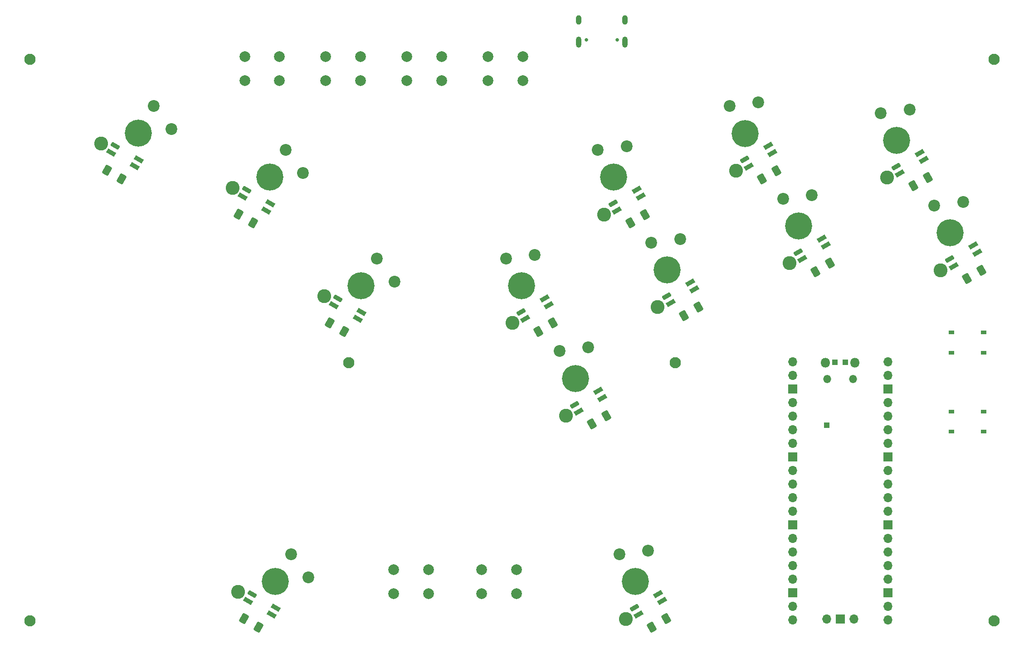
<source format=gbs>
%TF.GenerationSoftware,KiCad,Pcbnew,7.0.2*%
%TF.CreationDate,2023-06-22T21:43:46+09:00*%
%TF.ProjectId,mana-board-kicad,6d616e61-2d62-46f6-9172-642d6b696361,rev?*%
%TF.SameCoordinates,Original*%
%TF.FileFunction,Soldermask,Bot*%
%TF.FilePolarity,Negative*%
%FSLAX46Y46*%
G04 Gerber Fmt 4.6, Leading zero omitted, Abs format (unit mm)*
G04 Created by KiCad (PCBNEW 7.0.2) date 2023-06-22 21:43:46*
%MOMM*%
%LPD*%
G01*
G04 APERTURE LIST*
G04 Aperture macros list*
%AMRoundRect*
0 Rectangle with rounded corners*
0 $1 Rounding radius*
0 $2 $3 $4 $5 $6 $7 $8 $9 X,Y pos of 4 corners*
0 Add a 4 corners polygon primitive as box body*
4,1,4,$2,$3,$4,$5,$6,$7,$8,$9,$2,$3,0*
0 Add four circle primitives for the rounded corners*
1,1,$1+$1,$2,$3*
1,1,$1+$1,$4,$5*
1,1,$1+$1,$6,$7*
1,1,$1+$1,$8,$9*
0 Add four rect primitives between the rounded corners*
20,1,$1+$1,$2,$3,$4,$5,0*
20,1,$1+$1,$4,$5,$6,$7,0*
20,1,$1+$1,$6,$7,$8,$9,0*
20,1,$1+$1,$8,$9,$2,$3,0*%
%AMRotRect*
0 Rectangle, with rotation*
0 The origin of the aperture is its center*
0 $1 length*
0 $2 width*
0 $3 Rotation angle, in degrees counterclockwise*
0 Add horizontal line*
21,1,$1,$2,0,0,$3*%
G04 Aperture macros list end*
%ADD10C,2.600000*%
%ADD11C,5.050000*%
%ADD12C,2.200000*%
%ADD13C,2.100000*%
%ADD14R,1.000000X1.000000*%
%ADD15C,2.000000*%
%ADD16O,1.800000X1.800000*%
%ADD17O,1.500000X1.500000*%
%ADD18O,1.700000X1.700000*%
%ADD19R,1.700000X1.700000*%
%ADD20C,0.650000*%
%ADD21O,1.000000X2.100000*%
%ADD22O,1.000000X1.800000*%
%ADD23RotRect,1.700000X0.820000X210.000000*%
%ADD24RoundRect,0.205000X0.456086X0.500035X-0.661086X-0.144965X-0.456086X-0.500035X0.661086X0.144965X0*%
%ADD25RoundRect,0.250000X0.682235X0.356667X-0.032235X0.769167X-0.682235X-0.356667X0.032235X-0.769167X0*%
%ADD26RoundRect,0.250000X0.032235X0.769167X-0.682235X0.356667X-0.032235X-0.769167X0.682235X-0.356667X0*%
%ADD27R,1.000000X0.750000*%
%ADD28RotRect,1.700000X0.820000X150.000000*%
%ADD29RoundRect,0.205000X0.661086X-0.144965X-0.456086X0.500035X-0.661086X0.144965X0.456086X-0.500035X0*%
G04 APERTURE END LIST*
D10*
%TO.C,B1*%
X165792967Y-109656184D03*
D11*
X167548094Y-102696153D03*
D12*
X164598094Y-97586603D03*
X169978221Y-96905256D03*
%TD*%
D13*
%TO.C,REF\u002A\u002A*%
X186229639Y-99721323D03*
%TD*%
%TO.C,REF\u002A\u002A*%
X65750000Y-43000000D03*
%TD*%
D10*
%TO.C,B3*%
X155792968Y-92335677D03*
D11*
X157548095Y-85375646D03*
D12*
X154598095Y-80266096D03*
X159978222Y-79584749D03*
%TD*%
D14*
%TO.C,TP6*%
X214500000Y-111470000D03*
%TD*%
D15*
%TO.C,S1*%
X136110000Y-42500000D03*
X142610000Y-42500000D03*
X136110000Y-47000000D03*
X142610000Y-47000000D03*
%TD*%
%TO.C,S2*%
X151250000Y-42500000D03*
X157750000Y-42500000D03*
X151250000Y-47000000D03*
X157750000Y-47000000D03*
%TD*%
D10*
%TO.C,B4*%
X172943602Y-72041447D03*
D11*
X174698729Y-65081416D03*
D12*
X171748729Y-59971866D03*
X177128856Y-59290519D03*
%TD*%
D16*
%TO.C,U1*%
X214275000Y-99750000D03*
D17*
X214575000Y-102780000D03*
X219425000Y-102780000D03*
D16*
X219725000Y-99750000D03*
D18*
X208110000Y-99620000D03*
X208110000Y-102160000D03*
D19*
X208110000Y-104700000D03*
D18*
X208110000Y-107240000D03*
X208110000Y-109780000D03*
X208110000Y-112320000D03*
X208110000Y-114860000D03*
D19*
X208110000Y-117400000D03*
D18*
X208110000Y-119940000D03*
X208110000Y-122480000D03*
X208110000Y-125020000D03*
X208110000Y-127560000D03*
D19*
X208110000Y-130100000D03*
D18*
X208110000Y-132640000D03*
X208110000Y-135180000D03*
X208110000Y-137720000D03*
X208110000Y-140260000D03*
D19*
X208110000Y-142800000D03*
D18*
X208110000Y-145340000D03*
X208110000Y-147880000D03*
X225890000Y-147880000D03*
X225890000Y-145340000D03*
D19*
X225890000Y-142800000D03*
D18*
X225890000Y-140260000D03*
X225890000Y-137720000D03*
X225890000Y-135180000D03*
X225890000Y-132640000D03*
D19*
X225890000Y-130100000D03*
D18*
X225890000Y-127560000D03*
X225890000Y-125020000D03*
X225890000Y-122480000D03*
X225890000Y-119940000D03*
D19*
X225890000Y-117400000D03*
D18*
X225890000Y-114860000D03*
X225890000Y-112320000D03*
X225890000Y-109780000D03*
X225890000Y-107240000D03*
D19*
X225890000Y-104700000D03*
D18*
X225890000Y-102160000D03*
X225890000Y-99620000D03*
X214460000Y-147650000D03*
D19*
X217000000Y-147650000D03*
D18*
X219540000Y-147650000D03*
%TD*%
D10*
%TO.C,L2*%
X235779873Y-82460031D03*
D11*
X237535000Y-75500000D03*
D12*
X234585000Y-70390450D03*
X239965127Y-69709103D03*
%TD*%
D13*
%TO.C,REF\u002A\u002A*%
X245750000Y-43000000D03*
%TD*%
%TO.C,REF\u002A\u002A*%
X125250000Y-99750000D03*
%TD*%
D10*
%TO.C,R2*%
X207529873Y-81154628D03*
D11*
X209285000Y-74194597D03*
D12*
X206335000Y-69085047D03*
X211715127Y-68403700D03*
%TD*%
D10*
%TO.C,UP2*%
X176980968Y-147636677D03*
D11*
X178736095Y-140676646D03*
D12*
X175786095Y-135567096D03*
X181166222Y-134885749D03*
%TD*%
D13*
%TO.C,REF\u002A\u002A*%
X245750000Y-148000000D03*
%TD*%
D10*
%TO.C,LEFT1*%
X79028547Y-58810962D03*
D11*
X85933674Y-56850931D03*
D12*
X88883674Y-51741381D03*
X92163801Y-56060034D03*
%TD*%
D15*
%TO.C,A1*%
X120970000Y-42500000D03*
X127470000Y-42500000D03*
X120970000Y-47000000D03*
X127470000Y-47000000D03*
%TD*%
D10*
%TO.C,R1*%
X197529873Y-63834121D03*
D11*
X199285000Y-56874090D03*
D12*
X196335000Y-51764540D03*
X201715127Y-51083193D03*
%TD*%
D20*
%TO.C,USB1*%
X175390000Y-39355000D03*
X169610000Y-39355000D03*
D21*
X176820000Y-39855000D03*
D22*
X176820000Y-35675000D03*
D21*
X168180000Y-39855000D03*
D22*
X168180000Y-35675000D03*
%TD*%
D10*
%TO.C,UP1*%
X104622050Y-142636677D03*
D11*
X111527177Y-140676646D03*
D12*
X114477177Y-135567096D03*
X117757304Y-139885749D03*
%TD*%
D15*
%TO.C,R3*%
X150104703Y-138426646D03*
X156604703Y-138426646D03*
X150104703Y-142926646D03*
X156604703Y-142926646D03*
%TD*%
%TO.C,L3*%
X133658567Y-138426646D03*
X140158567Y-138426646D03*
X133658567Y-142926646D03*
X140158567Y-142926646D03*
%TD*%
%TO.C,A2*%
X105830000Y-42500000D03*
X112330000Y-42500000D03*
X105830000Y-47000000D03*
X112330000Y-47000000D03*
%TD*%
D10*
%TO.C,RIGHT1*%
X120642968Y-87335677D03*
D11*
X127548095Y-85375646D03*
D12*
X130498095Y-80266096D03*
X133778222Y-84584749D03*
%TD*%
D14*
%TO.C,TP3*%
X216000000Y-99669999D03*
%TD*%
D10*
%TO.C,B2*%
X182943602Y-89361955D03*
D11*
X184698729Y-82401924D03*
D12*
X181748729Y-77292374D03*
X187128856Y-76611027D03*
%TD*%
D14*
%TO.C,TP2*%
X218000001Y-99669998D03*
%TD*%
D13*
%TO.C,REF\u002A\u002A*%
X65750000Y-148000000D03*
%TD*%
D10*
%TO.C,DOWN1*%
X103609096Y-67035499D03*
D11*
X110514223Y-65075468D03*
D12*
X113464223Y-59965918D03*
X116744350Y-64284571D03*
%TD*%
D10*
%TO.C,L1*%
X225779873Y-65139524D03*
D11*
X227535000Y-58179493D03*
D12*
X224585000Y-53069943D03*
X229965127Y-52388596D03*
%TD*%
D23*
%TO.C,D13*%
X183784460Y-144320670D03*
X183034460Y-143021632D03*
D24*
X178617730Y-145571632D03*
D23*
X179367730Y-146870670D03*
%TD*%
%TO.C,D7*%
X204333365Y-60518113D03*
X203583365Y-59219075D03*
D24*
X199166635Y-61769075D03*
D23*
X199916635Y-63068113D03*
%TD*%
D25*
%TO.C,C4*%
X107402389Y-73590325D03*
X104696059Y-72027825D03*
%TD*%
D23*
%TO.C,D5*%
X162596459Y-89019669D03*
X161846459Y-87720631D03*
D24*
X157429729Y-90270631D03*
D23*
X158179729Y-91569669D03*
%TD*%
D26*
%TO.C,C6*%
X163366259Y-92328002D03*
X160659929Y-93890502D03*
%TD*%
%TO.C,C13*%
X243353165Y-82452358D03*
X240646835Y-84014858D03*
%TD*%
%TO.C,C14*%
X184554260Y-147629003D03*
X181847930Y-149191503D03*
%TD*%
D23*
%TO.C,D10*%
X189747094Y-86045948D03*
X188997094Y-84746910D03*
D24*
X184580364Y-87296910D03*
D23*
X185330364Y-88595948D03*
%TD*%
D26*
%TO.C,C10*%
X173366259Y-109648510D03*
X170659929Y-111211010D03*
%TD*%
D23*
%TO.C,D9*%
X172596459Y-106340177D03*
X171846459Y-105041139D03*
D24*
X167429729Y-107591139D03*
D23*
X168179729Y-108890177D03*
%TD*%
D26*
%TO.C,C7*%
X180516894Y-72033772D03*
X177810564Y-73596272D03*
%TD*%
D23*
%TO.C,D8*%
X232583366Y-61823517D03*
X231833366Y-60524479D03*
D24*
X227416636Y-63074479D03*
D23*
X228166636Y-64373517D03*
%TD*%
%TO.C,D6*%
X179747094Y-68725439D03*
X178997094Y-67426401D03*
D24*
X174580364Y-69976401D03*
D23*
X175330364Y-71275439D03*
%TD*%
D27*
%TO.C,BOOTSEL1*%
X243750000Y-94125000D03*
X237750000Y-94125000D03*
X243750000Y-97875000D03*
X237750000Y-97875000D03*
%TD*%
D26*
%TO.C,C11*%
X190516894Y-89354281D03*
X187810564Y-90916781D03*
%TD*%
D23*
%TO.C,D11*%
X214333365Y-77838621D03*
X213583365Y-76539583D03*
D24*
X209166635Y-79089583D03*
D23*
X209916635Y-80388621D03*
%TD*%
D28*
%TO.C,D4*%
X126916460Y-91569670D03*
X127666460Y-90270632D03*
D29*
X123249730Y-87720632D03*
D28*
X122499730Y-89019670D03*
%TD*%
D26*
%TO.C,C8*%
X205103165Y-63826446D03*
X202396835Y-65388946D03*
%TD*%
%TO.C,C9*%
X233353166Y-65131850D03*
X230646836Y-66694350D03*
%TD*%
D25*
%TO.C,C5*%
X124436260Y-93890503D03*
X121729930Y-92328003D03*
%TD*%
D23*
%TO.C,D12*%
X242583365Y-79144025D03*
X241833365Y-77844987D03*
D24*
X237416635Y-80394987D03*
D23*
X238166635Y-81694025D03*
%TD*%
D25*
%TO.C,C3*%
X108415342Y-149191773D03*
X105709012Y-147629273D03*
%TD*%
D26*
%TO.C,C12*%
X215103165Y-81146954D03*
X212396835Y-82709454D03*
%TD*%
D28*
%TO.C,D3*%
X109882589Y-71269492D03*
X110632589Y-69970454D03*
D29*
X106215859Y-67420454D03*
D28*
X105465859Y-68719492D03*
%TD*%
D27*
%TO.C,RESET1*%
X243750000Y-108875000D03*
X237750000Y-108875000D03*
X243750000Y-112625000D03*
X237750000Y-112625000D03*
%TD*%
D28*
%TO.C,D1*%
X85302040Y-63044954D03*
X86052040Y-61745916D03*
D29*
X81635310Y-59195916D03*
D28*
X80885310Y-60494954D03*
%TD*%
D25*
%TO.C,C2*%
X82821840Y-65365787D03*
X80115510Y-63803287D03*
%TD*%
D28*
%TO.C,D2*%
X110895542Y-146870940D03*
X111645542Y-145571902D03*
D29*
X107228812Y-143021902D03*
D28*
X106478812Y-144320940D03*
%TD*%
M02*

</source>
